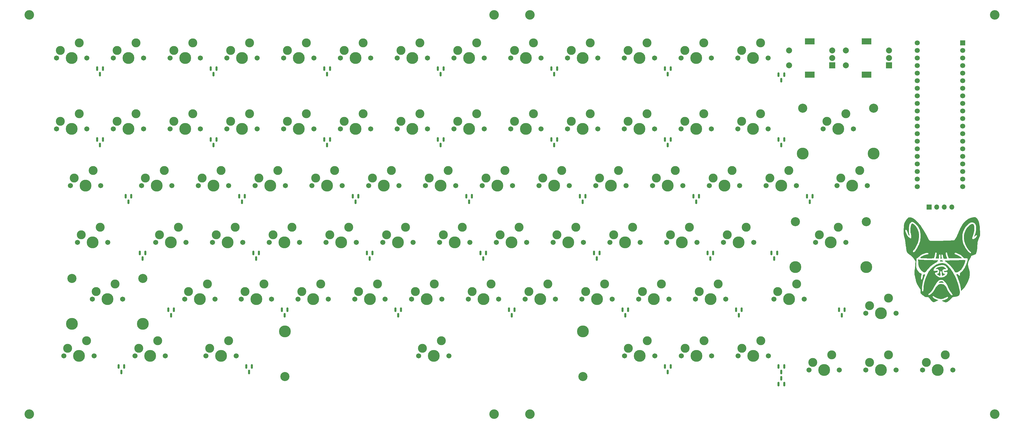
<source format=gbr>
%TF.GenerationSoftware,KiCad,Pcbnew,6.0.11-2627ca5db0~126~ubuntu22.04.1*%
%TF.CreationDate,2023-04-02T11:01:56+08:00*%
%TF.ProjectId,explorekb75,6578706c-6f72-4656-9b62-37352e6b6963,rev?*%
%TF.SameCoordinates,Original*%
%TF.FileFunction,Soldermask,Top*%
%TF.FilePolarity,Negative*%
%FSLAX46Y46*%
G04 Gerber Fmt 4.6, Leading zero omitted, Abs format (unit mm)*
G04 Created by KiCad (PCBNEW 6.0.11-2627ca5db0~126~ubuntu22.04.1) date 2023-04-02 11:01:56*
%MOMM*%
%LPD*%
G01*
G04 APERTURE LIST*
G04 Aperture macros list*
%AMRoundRect*
0 Rectangle with rounded corners*
0 $1 Rounding radius*
0 $2 $3 $4 $5 $6 $7 $8 $9 X,Y pos of 4 corners*
0 Add a 4 corners polygon primitive as box body*
4,1,4,$2,$3,$4,$5,$6,$7,$8,$9,$2,$3,0*
0 Add four circle primitives for the rounded corners*
1,1,$1+$1,$2,$3*
1,1,$1+$1,$4,$5*
1,1,$1+$1,$6,$7*
1,1,$1+$1,$8,$9*
0 Add four rect primitives between the rounded corners*
20,1,$1+$1,$2,$3,$4,$5,0*
20,1,$1+$1,$4,$5,$6,$7,0*
20,1,$1+$1,$6,$7,$8,$9,0*
20,1,$1+$1,$8,$9,$2,$3,0*%
G04 Aperture macros list end*
%ADD10C,1.701800*%
%ADD11C,3.000000*%
%ADD12C,3.987800*%
%ADD13RoundRect,0.150000X-0.150000X0.587500X-0.150000X-0.587500X0.150000X-0.587500X0.150000X0.587500X0*%
%ADD14R,2.000000X2.000000*%
%ADD15C,2.000000*%
%ADD16R,3.200000X2.000000*%
%ADD17C,3.200000*%
%ADD18C,3.048000*%
%ADD19R,1.700000X1.700000*%
%ADD20O,1.700000X1.700000*%
%ADD21RoundRect,0.150000X0.150000X-0.587500X0.150000X0.587500X-0.150000X0.587500X-0.150000X-0.587500X0*%
%ADD22C,1.700000*%
G04 APERTURE END LIST*
%TO.C,G\u002A\u002A\u002A*%
G36*
X375301798Y-145379197D02*
G01*
X375460719Y-145471195D01*
X375531655Y-145561918D01*
X375607451Y-145692419D01*
X375606864Y-145768967D01*
X375504971Y-145803001D01*
X375276852Y-145805956D01*
X375022920Y-145795380D01*
X374739219Y-145778972D01*
X374592575Y-145752888D01*
X374550898Y-145699526D01*
X374582098Y-145601288D01*
X374599587Y-145563207D01*
X374695935Y-145425350D01*
X374852704Y-145365749D01*
X375045763Y-145355327D01*
X375301798Y-145379197D01*
G37*
G36*
X382330688Y-145341549D02*
G01*
X382686408Y-145345675D01*
X383141815Y-145354667D01*
X383083408Y-145799167D01*
X383004274Y-146125358D01*
X382850611Y-146545901D01*
X382643955Y-147015707D01*
X382405848Y-147489684D01*
X382157827Y-147922741D01*
X381921432Y-148269790D01*
X381876129Y-148326501D01*
X381510185Y-148714417D01*
X381119572Y-149035820D01*
X380728698Y-149279082D01*
X380361971Y-149432572D01*
X380043799Y-149484662D01*
X379798591Y-149423722D01*
X379717426Y-149355012D01*
X379620010Y-149223959D01*
X379457203Y-148987350D01*
X379254388Y-148682580D01*
X379099811Y-148445000D01*
X378775754Y-147994399D01*
X378364890Y-147500706D01*
X377905535Y-147004081D01*
X377436006Y-146544685D01*
X376994619Y-146162678D01*
X376747063Y-145979026D01*
X376472732Y-145781116D01*
X376330494Y-145644071D01*
X376303249Y-145548666D01*
X376329026Y-145508956D01*
X376426964Y-145491494D01*
X376672026Y-145472769D01*
X377042013Y-145453353D01*
X377514727Y-145433815D01*
X378067968Y-145414725D01*
X378679536Y-145396654D01*
X379327234Y-145380172D01*
X379988862Y-145365849D01*
X380642220Y-145354255D01*
X381265110Y-145345960D01*
X381835332Y-145341535D01*
X382330688Y-145341549D01*
G37*
G36*
X368185412Y-145218490D02*
G01*
X368523326Y-145235546D01*
X368996479Y-145254307D01*
X369570802Y-145273691D01*
X370212225Y-145292614D01*
X370886676Y-145309995D01*
X371478334Y-145323111D01*
X372094526Y-145336896D01*
X372653845Y-145351819D01*
X373134406Y-145367101D01*
X373514323Y-145381966D01*
X373771709Y-145395636D01*
X373884681Y-145407332D01*
X373887700Y-145408742D01*
X373895024Y-145521224D01*
X373784356Y-145696178D01*
X373582467Y-145908227D01*
X373316126Y-146131992D01*
X373012104Y-146342093D01*
X372748334Y-146488894D01*
X372326421Y-146732850D01*
X371861159Y-147062370D01*
X371407366Y-147433834D01*
X371019860Y-147803623D01*
X370843609Y-148004496D01*
X370576330Y-148340984D01*
X370288348Y-148704527D01*
X370058648Y-148995334D01*
X369791697Y-149294688D01*
X369558169Y-149451805D01*
X369323123Y-149479368D01*
X369051620Y-149390060D01*
X369017354Y-149373308D01*
X368559350Y-149056021D01*
X368130726Y-148581503D01*
X367941774Y-148306003D01*
X367694929Y-147884866D01*
X367523418Y-147503209D01*
X367411748Y-147107672D01*
X367344429Y-146644894D01*
X367308928Y-146126198D01*
X367263158Y-145162062D01*
X368185412Y-145218490D01*
G37*
G36*
X375506557Y-147489881D02*
G01*
X375623722Y-147507466D01*
X375843987Y-147589751D01*
X376096811Y-147742081D01*
X376337133Y-147929022D01*
X376519892Y-148115137D01*
X376600028Y-148264992D01*
X376600667Y-148275735D01*
X376529001Y-148345897D01*
X376307010Y-148375573D01*
X376165946Y-148376542D01*
X375799498Y-148419764D01*
X375560903Y-148570065D01*
X375438373Y-148838742D01*
X375415334Y-149095893D01*
X375481438Y-149405652D01*
X375653676Y-149677548D01*
X375892931Y-149866015D01*
X376128487Y-149926667D01*
X376290836Y-149943329D01*
X376346667Y-149976595D01*
X376276799Y-150086994D01*
X376099344Y-150233850D01*
X375862520Y-150387307D01*
X375614549Y-150517507D01*
X375403649Y-150594594D01*
X375333386Y-150604000D01*
X375286030Y-150525435D01*
X375251962Y-150313841D01*
X375237561Y-150032500D01*
X375219075Y-149588103D01*
X375174163Y-149287714D01*
X375095407Y-149107079D01*
X374975389Y-149021945D01*
X374925029Y-149010612D01*
X374833953Y-149002015D01*
X374774354Y-149026329D01*
X374740602Y-149111544D01*
X374727070Y-149285647D01*
X374728129Y-149576629D01*
X374736570Y-149947834D01*
X374734554Y-150318663D01*
X374691246Y-150534166D01*
X374584066Y-150607310D01*
X374390438Y-150551066D01*
X374087783Y-150378402D01*
X374039500Y-150348236D01*
X373819323Y-150197827D01*
X373673247Y-150074764D01*
X373637334Y-150021761D01*
X373710131Y-149953990D01*
X373874043Y-149900492D01*
X374109548Y-149778411D01*
X374261539Y-149551020D01*
X374330230Y-149260191D01*
X374315834Y-148947800D01*
X374218564Y-148655720D01*
X374038633Y-148425825D01*
X373866012Y-148325203D01*
X373649322Y-148298098D01*
X373432055Y-148328309D01*
X373218577Y-148368828D01*
X373136894Y-148337578D01*
X373173420Y-148249613D01*
X373314571Y-148119988D01*
X373546762Y-147963759D01*
X373856409Y-147795980D01*
X373954582Y-147749240D01*
X374455467Y-147576639D01*
X374998272Y-147486496D01*
X375506557Y-147489881D01*
G37*
G36*
X375385661Y-152429698D02*
G01*
X375615582Y-152557479D01*
X375789688Y-152714619D01*
X375838552Y-152823953D01*
X375751712Y-152892750D01*
X375518710Y-152928280D01*
X375129083Y-152937814D01*
X375068743Y-152937539D01*
X374725447Y-152928708D01*
X374451638Y-152909421D01*
X374287509Y-152883090D01*
X374259413Y-152868834D01*
X374265658Y-152737877D01*
X374439791Y-152597335D01*
X374627130Y-152507717D01*
X375039106Y-152394064D01*
X375385661Y-152429698D01*
G37*
G36*
X380464483Y-136836365D02*
G01*
X380680645Y-136340287D01*
X380755751Y-136158221D01*
X380961271Y-135665825D01*
X381178202Y-135170879D01*
X381385025Y-134720934D01*
X381560222Y-134363543D01*
X381613241Y-134263334D01*
X382152770Y-133395492D01*
X382755820Y-132642174D01*
X383409649Y-132012964D01*
X384101516Y-131517443D01*
X384818678Y-131165193D01*
X385548394Y-130965796D01*
X386055958Y-130922320D01*
X386437149Y-130948241D01*
X386733692Y-131048606D01*
X386985300Y-131248999D01*
X387231684Y-131575005D01*
X387339377Y-131749176D01*
X387529256Y-132164399D01*
X387696790Y-132722397D01*
X387837497Y-133397552D01*
X387946895Y-134164252D01*
X388020504Y-134996880D01*
X388053264Y-135829667D01*
X388073000Y-137099667D01*
X387655155Y-138115667D01*
X387455973Y-138622463D01*
X387323270Y-139021138D01*
X387245081Y-139353638D01*
X387209439Y-139661909D01*
X387208316Y-139682000D01*
X387157221Y-140560761D01*
X387103260Y-141286194D01*
X387043565Y-141874305D01*
X386975269Y-142341101D01*
X386895502Y-142702587D01*
X386801397Y-142974768D01*
X386690085Y-143173651D01*
X386558698Y-143315241D01*
X386557000Y-143316647D01*
X386409112Y-143400478D01*
X386150229Y-143512884D01*
X385831072Y-143632216D01*
X385763565Y-143655314D01*
X385440580Y-143768066D01*
X385238635Y-143859645D01*
X385117563Y-143960701D01*
X385037196Y-144101883D01*
X384978940Y-144254000D01*
X384849016Y-144553474D01*
X384672544Y-144889028D01*
X384576010Y-145049443D01*
X384268878Y-145611969D01*
X384088624Y-146160771D01*
X384032353Y-146729401D01*
X384097170Y-147351409D01*
X384280180Y-148060346D01*
X384308576Y-148148667D01*
X384443300Y-148579169D01*
X384528426Y-148917771D01*
X384574589Y-149230832D01*
X384592424Y-149584709D01*
X384593545Y-149926667D01*
X384588556Y-150266576D01*
X384573122Y-150549231D01*
X384539110Y-150808593D01*
X384478385Y-151078622D01*
X384382813Y-151393280D01*
X384244262Y-151786526D01*
X384054597Y-152292322D01*
X383980146Y-152487777D01*
X383689199Y-153135848D01*
X383312885Y-153803288D01*
X382885987Y-154435856D01*
X382443288Y-154979313D01*
X382262146Y-155166839D01*
X382023628Y-155397640D01*
X381837723Y-155575348D01*
X381732564Y-155673169D01*
X381719149Y-155684000D01*
X381702834Y-155606476D01*
X381668646Y-155399067D01*
X381622678Y-155099514D01*
X381599547Y-154943167D01*
X381532584Y-154517693D01*
X381455228Y-154073949D01*
X381382647Y-153698338D01*
X381372849Y-153652000D01*
X381294225Y-153358017D01*
X381163654Y-152947660D01*
X380995511Y-152460363D01*
X380804173Y-151935556D01*
X380604016Y-151412670D01*
X380409418Y-150931137D01*
X380234753Y-150530389D01*
X380234695Y-150530263D01*
X380140269Y-150310423D01*
X380090773Y-150165235D01*
X380089293Y-150135647D01*
X380180730Y-150105464D01*
X380373350Y-150062913D01*
X380413947Y-150055151D01*
X380620020Y-150031976D01*
X380735611Y-150090667D01*
X380832399Y-150269369D01*
X380837280Y-150280433D01*
X380983492Y-150499870D01*
X381130334Y-150561667D01*
X381230517Y-150540177D01*
X381281316Y-150448323D01*
X381298590Y-150245034D01*
X381299667Y-150123181D01*
X381307854Y-149871379D01*
X381354093Y-149704296D01*
X381470902Y-149560767D01*
X381690800Y-149379626D01*
X381697928Y-149374065D01*
X382117978Y-148990611D01*
X382505133Y-148513542D01*
X382878321Y-147916671D01*
X383195602Y-147302000D01*
X383396367Y-146842430D01*
X383573864Y-146357726D01*
X383718925Y-145882229D01*
X383822380Y-145450279D01*
X383875063Y-145096218D01*
X383867804Y-144854385D01*
X383857903Y-144821325D01*
X383793940Y-144741692D01*
X383653888Y-144697125D01*
X383400360Y-144679082D01*
X383227839Y-144677334D01*
X382653029Y-144677334D01*
X382188015Y-144200938D01*
X381857744Y-143880519D01*
X381551901Y-143633768D01*
X381220487Y-143428623D01*
X380813503Y-143233021D01*
X380431144Y-143074311D01*
X380078751Y-142939975D01*
X379846309Y-142870519D01*
X379700470Y-142858899D01*
X379607887Y-142898070D01*
X379605644Y-142899906D01*
X379488687Y-143066862D01*
X379535350Y-143220014D01*
X379712167Y-143327576D01*
X380318944Y-143571815D01*
X380863196Y-143832923D01*
X381308545Y-144092086D01*
X381576374Y-144291676D01*
X381783136Y-144478038D01*
X381875174Y-144583658D01*
X381866333Y-144637995D01*
X381770455Y-144670508D01*
X381755965Y-144673840D01*
X381615057Y-144687101D01*
X381331924Y-144698858D01*
X380933670Y-144708528D01*
X380447403Y-144715531D01*
X379900226Y-144719283D01*
X379615990Y-144719760D01*
X377678313Y-144719667D01*
X377520436Y-144508000D01*
X377381221Y-144269444D01*
X377238631Y-143944398D01*
X377116445Y-143597528D01*
X377038445Y-143293503D01*
X377022704Y-143154529D01*
X376975979Y-142887865D01*
X376847482Y-142752426D01*
X376717521Y-142743540D01*
X376581665Y-142847823D01*
X376533918Y-143084113D01*
X376573906Y-143440040D01*
X376701253Y-143903237D01*
X376757626Y-144064528D01*
X376865195Y-144378818D01*
X376937617Y-144629430D01*
X376964073Y-144777030D01*
X376959450Y-144798328D01*
X376855717Y-144823408D01*
X376633165Y-144840882D01*
X376372793Y-144846667D01*
X376077660Y-144841610D01*
X375906214Y-144815157D01*
X375812867Y-144750383D01*
X375752034Y-144630362D01*
X375745664Y-144613834D01*
X375680553Y-144383801D01*
X375623572Y-144085631D01*
X375609043Y-143979476D01*
X375532462Y-143641188D01*
X375403432Y-143457163D01*
X375225114Y-143431486D01*
X375193087Y-143442011D01*
X375112718Y-143503748D01*
X375084271Y-143634855D01*
X375100074Y-143879533D01*
X375106938Y-143938316D01*
X375148647Y-144243931D01*
X375193677Y-144517082D01*
X375213132Y-144613834D01*
X375233480Y-144775314D01*
X375163636Y-144837256D01*
X375001870Y-144846667D01*
X374738000Y-144846667D01*
X374738000Y-144166676D01*
X374731042Y-143809953D01*
X374706233Y-143589641D01*
X374657674Y-143473242D01*
X374605309Y-143435767D01*
X374454150Y-143426469D01*
X374346417Y-143540976D01*
X374277243Y-143792014D01*
X374241765Y-144192311D01*
X374235834Y-144402167D01*
X374230000Y-144762000D01*
X373670608Y-144762000D01*
X373373231Y-144757451D01*
X373212948Y-144737406D01*
X373157621Y-144692265D01*
X373174512Y-144613834D01*
X373307376Y-144237369D01*
X373401315Y-143840582D01*
X373453235Y-143459883D01*
X373460045Y-143131680D01*
X373418652Y-142892382D01*
X373330269Y-142779931D01*
X373147101Y-142780085D01*
X373018945Y-142924644D01*
X372961590Y-143193287D01*
X372960000Y-143256503D01*
X372932151Y-143566219D01*
X372859460Y-143918496D01*
X372758217Y-144256212D01*
X372644706Y-144522247D01*
X372566961Y-144634944D01*
X372486606Y-144684247D01*
X372343406Y-144719519D01*
X372113164Y-144742803D01*
X371771682Y-144756142D01*
X371294761Y-144761580D01*
X371062124Y-144762000D01*
X370505297Y-144758304D01*
X369922486Y-144748155D01*
X369372241Y-144732965D01*
X368913109Y-144714143D01*
X368789591Y-144707254D01*
X368353663Y-144674735D01*
X368079295Y-144632568D01*
X367958734Y-144568519D01*
X367984229Y-144470352D01*
X368148026Y-144325833D01*
X368426044Y-144133554D01*
X369087030Y-143763721D01*
X369760513Y-143514795D01*
X370250667Y-143418033D01*
X370518031Y-143380555D01*
X370657378Y-143331196D01*
X370709643Y-143246687D01*
X370716334Y-143153334D01*
X370695240Y-143014935D01*
X370600527Y-142947188D01*
X370385043Y-142917245D01*
X370376539Y-142916611D01*
X369950568Y-142946170D01*
X369448899Y-143076870D01*
X368914502Y-143289055D01*
X368390347Y-143563067D01*
X367919403Y-143879252D01*
X367553962Y-144207773D01*
X367340061Y-144412333D01*
X367145619Y-144551920D01*
X367034569Y-144592667D01*
X366916959Y-144615535D01*
X366827357Y-144697082D01*
X366761893Y-144856721D01*
X366716696Y-145113865D01*
X366687896Y-145487928D01*
X366671623Y-145998323D01*
X366665647Y-146443274D01*
X366661996Y-146984571D01*
X366664079Y-147386137D01*
X366674843Y-147677549D01*
X366697237Y-147888385D01*
X366734208Y-148048225D01*
X366788706Y-148186646D01*
X366851811Y-148311057D01*
X367179773Y-148850926D01*
X367526431Y-149285549D01*
X367870719Y-149590331D01*
X368026002Y-149681865D01*
X368246111Y-149796196D01*
X368392293Y-149886680D01*
X368420696Y-149912826D01*
X368421556Y-150018457D01*
X368391140Y-150240328D01*
X368338263Y-150519334D01*
X368246653Y-151050761D01*
X368222052Y-151452208D01*
X368264309Y-151714836D01*
X368360699Y-151825719D01*
X368502640Y-151836052D01*
X368615086Y-151733014D01*
X368707238Y-151499463D01*
X368788297Y-151118260D01*
X368809064Y-150990447D01*
X368872289Y-150595435D01*
X368926514Y-150338152D01*
X368989205Y-150189073D01*
X369077833Y-150118674D01*
X369209863Y-150097432D01*
X369338267Y-150096000D01*
X369553709Y-150107501D01*
X369637402Y-150154451D01*
X369629906Y-150244167D01*
X369584267Y-150379204D01*
X369495527Y-150636879D01*
X369376541Y-150980008D01*
X369242052Y-151366000D01*
X368943532Y-152340040D01*
X368738771Y-153304614D01*
X368614656Y-154328241D01*
X368582266Y-154814036D01*
X368562808Y-155229699D01*
X368558461Y-155507066D01*
X368572318Y-155676750D01*
X368607468Y-155769360D01*
X368667002Y-155815507D01*
X368684100Y-155822626D01*
X368856550Y-155817550D01*
X368979603Y-155656876D01*
X369049681Y-155348021D01*
X369065334Y-155031906D01*
X369121844Y-154147505D01*
X369282687Y-153184258D01*
X369534827Y-152185380D01*
X369865231Y-151194087D01*
X370260863Y-150253595D01*
X370708689Y-149407119D01*
X370812929Y-149237790D01*
X371223162Y-148681481D01*
X372452000Y-148681481D01*
X372484310Y-148834483D01*
X372612924Y-148915972D01*
X372737886Y-148945454D01*
X373009218Y-148957743D01*
X373251398Y-148912543D01*
X373541476Y-148826554D01*
X373714858Y-148845089D01*
X373794419Y-148976792D01*
X373806667Y-149122334D01*
X373793141Y-149321103D01*
X373720263Y-149402631D01*
X373539582Y-149418656D01*
X373529172Y-149418667D01*
X373233320Y-149465043D01*
X373017526Y-149586991D01*
X372916342Y-149758740D01*
X372923586Y-149870364D01*
X373058557Y-150116664D01*
X373304121Y-150397454D01*
X373616942Y-150676651D01*
X373953687Y-150918175D01*
X374271020Y-151085943D01*
X374446450Y-151138365D01*
X374780747Y-151157584D01*
X375193140Y-151132747D01*
X375600454Y-151071424D01*
X375834232Y-151012060D01*
X376104651Y-150886749D01*
X376341367Y-150718912D01*
X376502311Y-150584575D01*
X376610936Y-150520277D01*
X376617916Y-150519334D01*
X376698151Y-150455482D01*
X376829582Y-150294240D01*
X376893948Y-150203346D01*
X377062891Y-149875563D01*
X377103482Y-149602030D01*
X377025037Y-149404562D01*
X376836873Y-149304976D01*
X376548306Y-149325087D01*
X376521963Y-149332290D01*
X376224685Y-149375207D01*
X376036876Y-149297527D01*
X375971938Y-149192813D01*
X375953608Y-149035412D01*
X376060183Y-148945709D01*
X376309279Y-148911818D01*
X376390013Y-148910667D01*
X376815183Y-148868009D01*
X377093961Y-148744455D01*
X377224916Y-148546639D01*
X377206614Y-148281192D01*
X377037621Y-147954747D01*
X376716505Y-147573937D01*
X376685601Y-147542721D01*
X376416444Y-147287328D01*
X376206316Y-147131406D01*
X376005510Y-147044620D01*
X375799000Y-147001641D01*
X375150534Y-146965991D01*
X374499572Y-147041572D01*
X373888896Y-147217421D01*
X373361289Y-147482580D01*
X373083487Y-147697324D01*
X372771569Y-148030680D01*
X372555051Y-148352138D01*
X372455897Y-148627470D01*
X372452000Y-148681481D01*
X371223162Y-148681481D01*
X371315485Y-148556284D01*
X371911407Y-147934036D01*
X372575128Y-147387456D01*
X373281080Y-146932956D01*
X374003695Y-146586947D01*
X374717404Y-146365839D01*
X375396639Y-146286043D01*
X375411807Y-146286000D01*
X375938126Y-146368494D01*
X376484415Y-146611865D01*
X377042898Y-147009944D01*
X377605800Y-147556562D01*
X378165344Y-148245551D01*
X378507045Y-148741334D01*
X378898459Y-149350749D01*
X379212249Y-149859958D01*
X379468548Y-150307019D01*
X379687489Y-150729993D01*
X379889203Y-151166938D01*
X380093825Y-151655914D01*
X380228668Y-151995990D01*
X380460027Y-152637579D01*
X380679774Y-153339696D01*
X380878681Y-154064396D01*
X381047522Y-154773734D01*
X381177069Y-155429767D01*
X381258096Y-155994550D01*
X381281233Y-156324341D01*
X381219525Y-156768432D01*
X381011234Y-157128330D01*
X380656212Y-157404149D01*
X380154311Y-157596001D01*
X379505383Y-157704000D01*
X379475117Y-157706684D01*
X378797774Y-157764893D01*
X378165103Y-158452456D01*
X377680443Y-158932521D01*
X377246196Y-159261373D01*
X376851812Y-159445777D01*
X376540458Y-159494000D01*
X376331236Y-159461414D01*
X376059085Y-159376991D01*
X375769281Y-159260731D01*
X375507102Y-159132634D01*
X375317825Y-159012703D01*
X375246700Y-158922500D01*
X375323078Y-158846443D01*
X375529422Y-158816708D01*
X375539157Y-158816667D01*
X375858235Y-158776924D01*
X376210487Y-158670155D01*
X376563695Y-158515047D01*
X376885636Y-158330286D01*
X377144092Y-158134559D01*
X377306841Y-157946554D01*
X377341663Y-157784958D01*
X377337855Y-157773464D01*
X377216313Y-157655164D01*
X377019488Y-157646328D01*
X376798767Y-157744046D01*
X376719330Y-157808499D01*
X376491610Y-157960829D01*
X376154382Y-158115730D01*
X375765910Y-158252814D01*
X375384455Y-158351692D01*
X375068281Y-158391976D01*
X375051649Y-158392082D01*
X374405505Y-158323358D01*
X373730462Y-158136408D01*
X373091947Y-157853639D01*
X372643364Y-157567394D01*
X372405318Y-157432283D01*
X372226032Y-157418073D01*
X372131928Y-157520748D01*
X372128562Y-157645641D01*
X372225277Y-157821313D01*
X372447806Y-158028560D01*
X372761796Y-158244006D01*
X373132892Y-158444273D01*
X373526740Y-158605984D01*
X373552667Y-158614722D01*
X374103000Y-158797507D01*
X373724257Y-158950846D01*
X373398275Y-159093558D01*
X373057832Y-159258074D01*
X372978944Y-159299093D01*
X372739915Y-159422047D01*
X372590678Y-159474539D01*
X372471950Y-159466422D01*
X372325000Y-159407795D01*
X372099099Y-159261574D01*
X371812070Y-159009378D01*
X371498307Y-158685055D01*
X371192204Y-158322450D01*
X371101138Y-158203392D01*
X370908995Y-157951765D01*
X370774521Y-157810694D01*
X370655688Y-157753860D01*
X370510473Y-157754945D01*
X370408992Y-157769914D01*
X370102000Y-157781642D01*
X369783448Y-157711047D01*
X369432847Y-157547240D01*
X369029706Y-157279330D01*
X368620660Y-156950402D01*
X370669639Y-156950402D01*
X370784017Y-157028622D01*
X370887349Y-157038667D01*
X371191812Y-156963612D01*
X371539037Y-156752165D01*
X371908263Y-156424900D01*
X372278728Y-156002390D01*
X372629672Y-155505210D01*
X372888882Y-155055149D01*
X373290311Y-154387181D01*
X373715556Y-153883646D01*
X374169341Y-153540725D01*
X374656390Y-153354597D01*
X375039898Y-153315554D01*
X375593192Y-153394800D01*
X376070674Y-153624362D01*
X376468729Y-154001385D01*
X376783740Y-154523013D01*
X376886469Y-154773669D01*
X377241588Y-155572769D01*
X377698704Y-156331546D01*
X378037043Y-156775688D01*
X378267250Y-157008429D01*
X378467601Y-157111995D01*
X378566210Y-157123334D01*
X378743497Y-157092237D01*
X378801117Y-156978891D01*
X378802000Y-156952108D01*
X378747208Y-156797835D01*
X378606085Y-156581608D01*
X378474074Y-156422942D01*
X377953441Y-155739416D01*
X377527762Y-154936463D01*
X377406400Y-154637534D01*
X377039917Y-153778955D01*
X376648829Y-153084061D01*
X376234043Y-152553618D01*
X375796466Y-152188389D01*
X375337004Y-151989137D01*
X374856565Y-151956628D01*
X374374544Y-152083793D01*
X374084160Y-152275610D01*
X373753563Y-152620930D01*
X373389437Y-153110547D01*
X372998471Y-153735256D01*
X372587351Y-154485850D01*
X372487412Y-154681745D01*
X372085983Y-155384342D01*
X371663785Y-155943385D01*
X371229632Y-156347774D01*
X371088576Y-156443344D01*
X370829167Y-156636319D01*
X370687105Y-156812487D01*
X370669639Y-156950402D01*
X368620660Y-156950402D01*
X368553536Y-156896425D01*
X368228886Y-156611120D01*
X368126270Y-156505872D01*
X368071435Y-156391527D01*
X368055992Y-156221175D01*
X368071555Y-155947903D01*
X368084297Y-155802423D01*
X368110580Y-155479477D01*
X368108769Y-155273060D01*
X368066224Y-155131075D01*
X367970307Y-155001425D01*
X367862411Y-154887814D01*
X367644646Y-154617878D01*
X367394321Y-154235931D01*
X367138148Y-153788580D01*
X366902841Y-153322435D01*
X366717356Y-152890000D01*
X366578369Y-152466513D01*
X366435298Y-151931065D01*
X366299063Y-151335893D01*
X366180585Y-150733234D01*
X366090785Y-150175326D01*
X366040583Y-149714404D01*
X366035900Y-149630334D01*
X366054127Y-148948419D01*
X366143828Y-148445000D01*
X366201148Y-148158165D01*
X366255391Y-147756058D01*
X366300332Y-147292711D01*
X366329129Y-146836334D01*
X366377839Y-145735667D01*
X366074424Y-145219969D01*
X365713193Y-144696466D01*
X365259778Y-144211564D01*
X364682105Y-143732285D01*
X364493334Y-143594327D01*
X364084442Y-143288428D01*
X363781752Y-143015043D01*
X363566151Y-142737887D01*
X363418524Y-142420675D01*
X363319758Y-142027123D01*
X363250740Y-141520945D01*
X363217795Y-141172870D01*
X363130150Y-140314726D01*
X363019261Y-139472548D01*
X362891199Y-138683141D01*
X362752036Y-137983310D01*
X362607842Y-137409863D01*
X362583757Y-137329190D01*
X362510384Y-137085057D01*
X362457140Y-136879100D01*
X362422185Y-136679921D01*
X362403681Y-136456124D01*
X362399789Y-136176315D01*
X362408670Y-135809096D01*
X362428487Y-135323073D01*
X362430040Y-135288764D01*
X362984157Y-135288764D01*
X362994982Y-135536930D01*
X363076033Y-135865875D01*
X363216109Y-136245114D01*
X363404009Y-136644158D01*
X363628534Y-137032522D01*
X363868897Y-137367941D01*
X364150770Y-137671765D01*
X364426233Y-137890610D01*
X364667643Y-138007506D01*
X364847355Y-138005479D01*
X364876724Y-137986683D01*
X364953932Y-137886688D01*
X364990084Y-137731121D01*
X364984209Y-137494077D01*
X364935332Y-137149654D01*
X364842480Y-136671947D01*
X364824022Y-136583987D01*
X364723174Y-135954703D01*
X364677567Y-135312012D01*
X364684819Y-134688781D01*
X364742552Y-134117880D01*
X364848385Y-133632178D01*
X364999939Y-133264542D01*
X365071996Y-133158936D01*
X365179366Y-133042403D01*
X365279458Y-133018785D01*
X365440158Y-133081943D01*
X365514387Y-133118932D01*
X365939859Y-133406216D01*
X366364182Y-133824528D01*
X366759216Y-134337730D01*
X367096818Y-134909683D01*
X367330582Y-135451260D01*
X367476944Y-136038374D01*
X367550434Y-136733938D01*
X367551029Y-137493539D01*
X367478706Y-138272767D01*
X367333442Y-139027208D01*
X367332424Y-139031276D01*
X367197102Y-139457237D01*
X366993389Y-139958605D01*
X366744129Y-140490063D01*
X366472165Y-141006296D01*
X366200339Y-141461988D01*
X365951494Y-141811824D01*
X365900527Y-141871856D01*
X365641883Y-142193285D01*
X365520921Y-142423824D01*
X365536809Y-142569983D01*
X365688714Y-142638273D01*
X365801529Y-142645334D01*
X365967963Y-142574132D01*
X366201648Y-142369735D01*
X366393125Y-142158500D01*
X366676510Y-141768968D01*
X366978255Y-141260888D01*
X367276014Y-140680082D01*
X367547442Y-140072371D01*
X367770191Y-139483574D01*
X367889929Y-139089334D01*
X367977824Y-138711751D01*
X368035358Y-138340564D01*
X368068033Y-137922521D01*
X368081351Y-137404375D01*
X368082381Y-137226667D01*
X368071198Y-136584440D01*
X368026548Y-136060288D01*
X367937444Y-135604451D01*
X367792900Y-135167169D01*
X367581929Y-134698684D01*
X367479939Y-134498050D01*
X367212916Y-134060738D01*
X366884159Y-133639327D01*
X366518335Y-133254891D01*
X366140110Y-132928508D01*
X365774151Y-132681253D01*
X365445122Y-132534203D01*
X365177691Y-132508435D01*
X365156748Y-132512970D01*
X364858473Y-132668488D01*
X364593878Y-132958789D01*
X364392377Y-133349377D01*
X364358106Y-133449590D01*
X364268861Y-133854126D01*
X364207674Y-134371802D01*
X364176025Y-134948520D01*
X364175397Y-135530187D01*
X364207271Y-136062706D01*
X364273128Y-136491981D01*
X364274598Y-136498277D01*
X364336827Y-136791533D01*
X364371465Y-137014516D01*
X364371620Y-137122026D01*
X364370047Y-137124176D01*
X364271828Y-137122620D01*
X364140029Y-136955099D01*
X363974654Y-136621616D01*
X363775704Y-136122175D01*
X363759781Y-136078985D01*
X363581882Y-135627271D01*
X363430862Y-135325596D01*
X363295372Y-135159036D01*
X363164064Y-135112669D01*
X363054758Y-135151865D01*
X362984157Y-135288764D01*
X362430040Y-135288764D01*
X362444962Y-134959160D01*
X362472442Y-134381678D01*
X362497906Y-133942365D01*
X362526007Y-133610187D01*
X362561399Y-133354110D01*
X362608734Y-133143102D01*
X362672667Y-132946128D01*
X362757850Y-132732155D01*
X362790509Y-132654667D01*
X363136206Y-132010307D01*
X363531193Y-131519572D01*
X363779708Y-131265432D01*
X363965155Y-131111290D01*
X364134591Y-131028515D01*
X364335072Y-130988473D01*
X364418782Y-130979494D01*
X364685106Y-130971349D01*
X364925741Y-131015898D01*
X365209578Y-131129528D01*
X365362613Y-131203982D01*
X365771700Y-131424426D01*
X366130007Y-131657857D01*
X366469308Y-131931573D01*
X366821380Y-132272871D01*
X367218000Y-132709049D01*
X367503863Y-133043438D01*
X368136529Y-133828106D01*
X368697036Y-134599561D01*
X369214644Y-135402995D01*
X369718609Y-136283597D01*
X370195034Y-137200103D01*
X370426513Y-137655436D01*
X370639202Y-138060732D01*
X370819199Y-138390523D01*
X370952603Y-138619344D01*
X371025512Y-138721727D01*
X371025759Y-138721924D01*
X371191834Y-138808897D01*
X371373809Y-138867934D01*
X371506381Y-138877566D01*
X371786609Y-138882148D01*
X372192906Y-138882160D01*
X372703683Y-138878080D01*
X373297353Y-138870391D01*
X373952330Y-138859571D01*
X374647025Y-138846100D01*
X375359851Y-138830459D01*
X376069221Y-138813128D01*
X376753548Y-138794587D01*
X377391243Y-138775315D01*
X377960720Y-138755793D01*
X378440392Y-138736501D01*
X378808670Y-138717919D01*
X379043967Y-138700527D01*
X379078021Y-138696613D01*
X379278096Y-138664120D01*
X379422237Y-138608579D01*
X379547355Y-138498700D01*
X379690358Y-138303189D01*
X379863062Y-138031033D01*
X380033339Y-137728632D01*
X380078998Y-137637752D01*
X382105470Y-137637752D01*
X382124964Y-138297526D01*
X382190050Y-138864584D01*
X382314175Y-139392662D01*
X382510786Y-139935497D01*
X382793332Y-140546826D01*
X382873082Y-140705115D01*
X383140206Y-141207929D01*
X383378993Y-141601926D01*
X383622761Y-141935997D01*
X383904829Y-142259037D01*
X384000792Y-142359959D01*
X384359590Y-142706495D01*
X384635727Y-142913778D01*
X384837193Y-142985581D01*
X384971978Y-142925675D01*
X385019494Y-142840818D01*
X385005942Y-142716694D01*
X384878580Y-142535251D01*
X384624340Y-142278026D01*
X384615016Y-142269318D01*
X384342676Y-142000037D01*
X384083521Y-141718275D01*
X383907060Y-141502334D01*
X383681963Y-141149417D01*
X383435605Y-140688563D01*
X383191575Y-140172024D01*
X382973462Y-139652053D01*
X382804855Y-139180904D01*
X382722189Y-138877667D01*
X382619147Y-138013636D01*
X382662313Y-137126451D01*
X382842731Y-136248293D01*
X383151448Y-135411345D01*
X383579508Y-134647790D01*
X384068024Y-134040933D01*
X384499806Y-133646326D01*
X384909254Y-133377539D01*
X385281997Y-133238234D01*
X385603665Y-133232071D01*
X385859887Y-133362711D01*
X385998667Y-133549139D01*
X386061387Y-133735062D01*
X386100104Y-134015328D01*
X386117543Y-134417678D01*
X386118665Y-134771334D01*
X386111767Y-135185481D01*
X386091882Y-135515204D01*
X386050006Y-135812668D01*
X385977136Y-136130039D01*
X385864266Y-136519481D01*
X385758832Y-136855992D01*
X385630019Y-137268017D01*
X385522276Y-137624882D01*
X385445087Y-137894235D01*
X385407936Y-138043724D01*
X385406000Y-138059513D01*
X385478697Y-138191956D01*
X385653887Y-138273562D01*
X385867217Y-138282416D01*
X385970332Y-138251694D01*
X386194246Y-138114175D01*
X386446101Y-137906931D01*
X386688977Y-137667784D01*
X386885956Y-137434558D01*
X387000119Y-137245074D01*
X387014667Y-137181806D01*
X386968430Y-136991055D01*
X386843173Y-136936726D01*
X386659081Y-137018010D01*
X386461910Y-137203982D01*
X386261236Y-137402011D01*
X386140997Y-137453168D01*
X386110744Y-137364363D01*
X386180030Y-137142508D01*
X386229142Y-137035569D01*
X386452877Y-136465323D01*
X386612123Y-135827451D01*
X386704094Y-135162610D01*
X386726003Y-134511456D01*
X386675062Y-133914647D01*
X386548484Y-133412839D01*
X386487279Y-133270187D01*
X386244086Y-132951971D01*
X385901340Y-132751234D01*
X385487734Y-132674877D01*
X385031959Y-132729801D01*
X384715921Y-132844111D01*
X384258093Y-133123306D01*
X383790876Y-133527062D01*
X383350511Y-134016870D01*
X382973239Y-134554222D01*
X382787408Y-134893338D01*
X382495690Y-135539750D01*
X382295241Y-136106691D01*
X382172723Y-136647847D01*
X382114794Y-137216905D01*
X382105470Y-137637752D01*
X380078998Y-137637752D01*
X380241264Y-137314778D01*
X380464483Y-136836365D01*
G37*
%TD*%
D10*
%TO.C,SW6*%
X183617485Y-77475000D03*
D11*
X174727485Y-74935000D03*
D10*
X173457485Y-77475000D03*
D11*
X181077485Y-72395000D03*
D12*
X178537485Y-77475000D03*
%TD*%
D13*
%TO.C,D27*%
X298524985Y-142950000D03*
X296624985Y-142950000D03*
X297574985Y-144825000D03*
%TD*%
D11*
%TO.C,SW1*%
X85827485Y-72395000D03*
D12*
X83287485Y-77475000D03*
D10*
X88367485Y-77475000D03*
X78207485Y-77475000D03*
D11*
X79477485Y-74935000D03*
%TD*%
D13*
%TO.C,D24*%
X184224985Y-142950000D03*
X182324985Y-142950000D03*
X183274985Y-144825000D03*
%TD*%
%TO.C,D8*%
X93737485Y-104850000D03*
X91837485Y-104850000D03*
X92787485Y-106725000D03*
%TD*%
D11*
%TO.C,SW54*%
X284164985Y-136847500D03*
D12*
X287974985Y-139387500D03*
D10*
X293054985Y-139387500D03*
D11*
X290514985Y-134307500D03*
D10*
X282894985Y-139387500D03*
%TD*%
D12*
%TO.C,SW62*%
X202412485Y-158437500D03*
D10*
X197332485Y-158437500D03*
X207492485Y-158437500D03*
D11*
X204952485Y-153357500D03*
X198602485Y-155897500D03*
%TD*%
D12*
%TO.C,SW43*%
X345124985Y-120337500D03*
D11*
X347664985Y-115257500D03*
D10*
X340044985Y-120337500D03*
X350204985Y-120337500D03*
D11*
X341314985Y-117797500D03*
%TD*%
D12*
%TO.C,SW74*%
X273849985Y-177487500D03*
D10*
X278929985Y-177487500D03*
D11*
X276389985Y-172407500D03*
D10*
X268769985Y-177487500D03*
D11*
X270039985Y-174947500D03*
%TD*%
D12*
%TO.C,SW60*%
X164312485Y-158437500D03*
D10*
X159232485Y-158437500D03*
X169392485Y-158437500D03*
D11*
X166852485Y-153357500D03*
X160502485Y-155897500D03*
%TD*%
D14*
%TO.C,SW14*%
X338437485Y-79975000D03*
D15*
X338437485Y-74975000D03*
X338437485Y-77475000D03*
D16*
X330937485Y-83075000D03*
X330937485Y-71875000D03*
D15*
X323937485Y-74975000D03*
X323937485Y-79975000D03*
%TD*%
D13*
%TO.C,D29*%
X117549985Y-162000000D03*
X115649985Y-162000000D03*
X116599985Y-163875000D03*
%TD*%
D11*
%TO.C,SW69*%
X357352485Y-158120000D03*
D10*
X349732485Y-163200000D03*
D12*
X354812485Y-163200000D03*
D11*
X351002485Y-160660000D03*
D10*
X359892485Y-163200000D03*
%TD*%
D17*
%TO.C,REF\u002A\u002A*%
X393000000Y-197000000D03*
%TD*%
D13*
%TO.C,D30*%
X155649985Y-162000000D03*
X153749985Y-162000000D03*
X154699985Y-163875000D03*
%TD*%
D11*
%TO.C,SW67*%
X300202485Y-153357500D03*
X293852485Y-155897500D03*
D12*
X297662485Y-158437500D03*
D10*
X292582485Y-158437500D03*
X302742485Y-158437500D03*
%TD*%
%TO.C,SW31*%
X116842485Y-120337500D03*
D11*
X107952485Y-117797500D03*
D10*
X106682485Y-120337500D03*
D11*
X114302485Y-115257500D03*
D12*
X111762485Y-120337500D03*
%TD*%
D13*
%TO.C,D3*%
X169937485Y-81037500D03*
X168037485Y-81037500D03*
X168987485Y-82912500D03*
%TD*%
D12*
%TO.C,SW72*%
X133381235Y-177487500D03*
D11*
X135921235Y-172407500D03*
D10*
X138461235Y-177487500D03*
D11*
X129571235Y-174947500D03*
D10*
X128301235Y-177487500D03*
%TD*%
D11*
%TO.C,SW53*%
X271464985Y-134307500D03*
X265114985Y-136847500D03*
D10*
X263844985Y-139387500D03*
X274004985Y-139387500D03*
D12*
X268924985Y-139387500D03*
%TD*%
D10*
%TO.C,SW34*%
X163832485Y-120337500D03*
D11*
X171452485Y-115257500D03*
D12*
X168912485Y-120337500D03*
D10*
X173992485Y-120337500D03*
D11*
X165102485Y-117797500D03*
%TD*%
D10*
%TO.C,SW22*%
X192507485Y-101287500D03*
D12*
X197587485Y-101287500D03*
D11*
X193777485Y-98747500D03*
D10*
X202667485Y-101287500D03*
D11*
X200127485Y-96207500D03*
%TD*%
D10*
%TO.C,SW48*%
X168594985Y-139387500D03*
D11*
X176214985Y-134307500D03*
D12*
X173674985Y-139387500D03*
D10*
X178754985Y-139387500D03*
D11*
X169864985Y-136847500D03*
%TD*%
D10*
%TO.C,SW4*%
X145517485Y-77475000D03*
D11*
X142977485Y-72395000D03*
D12*
X140437485Y-77475000D03*
D10*
X135357485Y-77475000D03*
D11*
X136627485Y-74935000D03*
%TD*%
D10*
%TO.C,SW58*%
X121157485Y-158437500D03*
D11*
X128777485Y-153357500D03*
X122427485Y-155897500D03*
D10*
X131317485Y-158437500D03*
D12*
X126237485Y-158437500D03*
%TD*%
D11*
%TO.C,SW36*%
X203202485Y-117797500D03*
D10*
X201932485Y-120337500D03*
X212092485Y-120337500D03*
D11*
X209552485Y-115257500D03*
D12*
X207012485Y-120337500D03*
%TD*%
D17*
%TO.C,REF\u002A\u002A*%
X225000000Y-197000000D03*
%TD*%
D13*
%TO.C,D28*%
X319956235Y-142950000D03*
X318056235Y-142950000D03*
X319006235Y-144825000D03*
%TD*%
D12*
%TO.C,STAB1*%
X328562485Y-109542500D03*
D18*
X328562485Y-94302500D03*
X352362485Y-94302500D03*
D12*
X352362485Y-109542500D03*
%TD*%
D13*
%TO.C,D35*%
X342624985Y-162000000D03*
X340724985Y-162000000D03*
X341674985Y-163875000D03*
%TD*%
%TO.C,D2*%
X131837485Y-81037500D03*
X129937485Y-81037500D03*
X130887485Y-82912500D03*
%TD*%
D10*
%TO.C,SW38*%
X250192485Y-120337500D03*
X240032485Y-120337500D03*
D12*
X245112485Y-120337500D03*
D11*
X241302485Y-117797500D03*
X247652485Y-115257500D03*
%TD*%
%TO.C,SW35*%
X190502485Y-115257500D03*
D10*
X193042485Y-120337500D03*
D12*
X187962485Y-120337500D03*
D11*
X184152485Y-117797500D03*
D10*
X182882485Y-120337500D03*
%TD*%
%TO.C,SW9*%
X240767485Y-77475000D03*
D12*
X235687485Y-77475000D03*
D11*
X231877485Y-74935000D03*
X238227485Y-72395000D03*
D10*
X230607485Y-77475000D03*
%TD*%
D12*
%TO.C,SW52*%
X249874985Y-139387500D03*
D11*
X252414985Y-134307500D03*
X246064985Y-136847500D03*
D10*
X254954985Y-139387500D03*
X244794985Y-139387500D03*
%TD*%
D13*
%TO.C,D32*%
X231849985Y-162000000D03*
X229949985Y-162000000D03*
X230899985Y-163875000D03*
%TD*%
D12*
%TO.C,STAB2*%
X349881235Y-147642500D03*
D18*
X326081235Y-132402500D03*
X349881235Y-132402500D03*
D12*
X326081235Y-147642500D03*
%TD*%
D11*
%TO.C,SW25*%
X250927485Y-98747500D03*
D10*
X259817485Y-101287500D03*
D11*
X257277485Y-96207500D03*
D12*
X254737485Y-101287500D03*
D10*
X249657485Y-101287500D03*
%TD*%
D17*
%TO.C,REF\u002A\u002A*%
X69000000Y-63000000D03*
%TD*%
D11*
%TO.C,SW41*%
X304802485Y-115257500D03*
D12*
X302262485Y-120337500D03*
D10*
X297182485Y-120337500D03*
X307342485Y-120337500D03*
D11*
X298452485Y-117797500D03*
%TD*%
%TO.C,SW56*%
X334171235Y-136847500D03*
X340521235Y-134307500D03*
D10*
X332901235Y-139387500D03*
D12*
X337981235Y-139387500D03*
D10*
X343061235Y-139387500D03*
%TD*%
D11*
%TO.C,SW2*%
X104877485Y-72395000D03*
D10*
X107417485Y-77475000D03*
X97257485Y-77475000D03*
D11*
X98527485Y-74935000D03*
D12*
X102337485Y-77475000D03*
%TD*%
D13*
%TO.C,D20*%
X293762485Y-123900000D03*
X291862485Y-123900000D03*
X292812485Y-125775000D03*
%TD*%
D11*
%TO.C,SW7*%
X200127485Y-72395000D03*
D10*
X202667485Y-77475000D03*
D11*
X193777485Y-74935000D03*
D10*
X192507485Y-77475000D03*
D12*
X197587485Y-77475000D03*
%TD*%
D13*
%TO.C,D6*%
X284237485Y-81037500D03*
X282337485Y-81037500D03*
X283287485Y-82912500D03*
%TD*%
%TO.C,D9*%
X131837485Y-104850000D03*
X129937485Y-104850000D03*
X130887485Y-106725000D03*
%TD*%
D12*
%TO.C,SW42*%
X321312485Y-120337500D03*
D10*
X316232485Y-120337500D03*
D11*
X323852485Y-115257500D03*
D10*
X326392485Y-120337500D03*
D11*
X317502485Y-117797500D03*
%TD*%
D14*
%TO.C,SW15*%
X357487485Y-79975000D03*
D15*
X357487485Y-74975000D03*
X357487485Y-77475000D03*
D16*
X349987485Y-83075000D03*
X349987485Y-71875000D03*
D15*
X342987485Y-74975000D03*
X342987485Y-79975000D03*
%TD*%
D13*
%TO.C,D12*%
X246137485Y-104850000D03*
X244237485Y-104850000D03*
X245187485Y-106725000D03*
%TD*%
D17*
%TO.C,REF\u002A\u002A*%
X237000000Y-197000000D03*
%TD*%
D11*
%TO.C,SW27*%
X295377485Y-96207500D03*
D10*
X297917485Y-101287500D03*
X287757485Y-101287500D03*
D12*
X292837485Y-101287500D03*
D11*
X289027485Y-98747500D03*
%TD*%
D10*
%TO.C,SW71*%
X114648735Y-177487500D03*
D12*
X109568735Y-177487500D03*
D11*
X105758735Y-174947500D03*
D10*
X104488735Y-177487500D03*
D11*
X112108735Y-172407500D03*
%TD*%
D13*
%TO.C,D13*%
X284237485Y-104850000D03*
X282337485Y-104850000D03*
X283287485Y-106725000D03*
%TD*%
D11*
%TO.C,SW10*%
X250927485Y-74935000D03*
D12*
X254737485Y-77475000D03*
D10*
X249657485Y-77475000D03*
D11*
X257277485Y-72395000D03*
D10*
X259817485Y-77475000D03*
%TD*%
D17*
%TO.C,REF\u002A\u002A*%
X393000000Y-63000000D03*
%TD*%
D13*
%TO.C,D15*%
X103262485Y-123900000D03*
X101362485Y-123900000D03*
X102312485Y-125775000D03*
%TD*%
%TO.C,D37*%
X143743735Y-181050000D03*
X141843735Y-181050000D03*
X142793735Y-182925000D03*
%TD*%
D10*
%TO.C,SW77*%
X330682485Y-182250000D03*
D11*
X338302485Y-177170000D03*
D12*
X335762485Y-182250000D03*
D11*
X331952485Y-179710000D03*
D10*
X340842485Y-182250000D03*
%TD*%
D13*
%TO.C,D17*%
X179462485Y-123900000D03*
X177562485Y-123900000D03*
X178512485Y-125775000D03*
%TD*%
D11*
%TO.C,SW17*%
X98527485Y-98747500D03*
X104877485Y-96207500D03*
D12*
X102337485Y-101287500D03*
D10*
X97257485Y-101287500D03*
X107417485Y-101287500D03*
%TD*%
D13*
%TO.C,D36*%
X100881235Y-181050000D03*
X98981235Y-181050000D03*
X99931235Y-182925000D03*
%TD*%
D10*
%TO.C,SW20*%
X154407485Y-101287500D03*
X164567485Y-101287500D03*
D12*
X159487485Y-101287500D03*
D11*
X162027485Y-96207500D03*
X155677485Y-98747500D03*
%TD*%
D13*
%TO.C,D5*%
X246137485Y-81037500D03*
X244237485Y-81037500D03*
X245187485Y-82912500D03*
%TD*%
D10*
%TO.C,SW73*%
X199713735Y-177487500D03*
D12*
X204793735Y-177487500D03*
D11*
X207333735Y-172407500D03*
X200983735Y-174947500D03*
D10*
X209873735Y-177487500D03*
%TD*%
D11*
%TO.C,SW51*%
X233364985Y-134307500D03*
X227014985Y-136847500D03*
D12*
X230824985Y-139387500D03*
D10*
X235904985Y-139387500D03*
X225744985Y-139387500D03*
%TD*%
D13*
%TO.C,D31*%
X193749985Y-162000000D03*
X191849985Y-162000000D03*
X192799985Y-163875000D03*
%TD*%
D10*
%TO.C,SW28*%
X306807485Y-101287500D03*
D11*
X308077485Y-98747500D03*
X314427485Y-96207500D03*
D10*
X316967485Y-101287500D03*
D12*
X311887485Y-101287500D03*
%TD*%
D10*
%TO.C,SW46*%
X140654985Y-139387500D03*
D11*
X131764985Y-136847500D03*
D12*
X135574985Y-139387500D03*
D11*
X138114985Y-134307500D03*
D10*
X130494985Y-139387500D03*
%TD*%
D13*
%TO.C,D4*%
X208037485Y-81037500D03*
X206137485Y-81037500D03*
X207087485Y-82912500D03*
%TD*%
D10*
%TO.C,SW30*%
X93029985Y-120337500D03*
X82869985Y-120337500D03*
D12*
X87949985Y-120337500D03*
D11*
X84139985Y-117797500D03*
X90489985Y-115257500D03*
%TD*%
D13*
%TO.C,D10*%
X169937485Y-104850000D03*
X168037485Y-104850000D03*
X168987485Y-106725000D03*
%TD*%
D12*
%TO.C,STAB4*%
X254787485Y-169250000D03*
D18*
X154787485Y-184460000D03*
D12*
X154787485Y-169250000D03*
D18*
X254787485Y-184460000D03*
%TD*%
D11*
%TO.C,SW78*%
X357352485Y-177170000D03*
X351002485Y-179710000D03*
D10*
X359892485Y-182250000D03*
X349732485Y-182250000D03*
D12*
X354812485Y-182250000D03*
%TD*%
%TO.C,SW24*%
X235687485Y-101287500D03*
D11*
X238227485Y-96207500D03*
D10*
X240767485Y-101287500D03*
X230607485Y-101287500D03*
D11*
X231877485Y-98747500D03*
%TD*%
D10*
%TO.C,SW64*%
X245592485Y-158437500D03*
D11*
X236702485Y-155897500D03*
D12*
X240512485Y-158437500D03*
D10*
X235432485Y-158437500D03*
D11*
X243052485Y-153357500D03*
%TD*%
D12*
%TO.C,SW70*%
X85756235Y-177487500D03*
D10*
X90836235Y-177487500D03*
D11*
X81946235Y-174947500D03*
D10*
X80676235Y-177487500D03*
D11*
X88296235Y-172407500D03*
%TD*%
D10*
%TO.C,SW76*%
X317029985Y-177487500D03*
D12*
X311949985Y-177487500D03*
D11*
X308139985Y-174947500D03*
X314489985Y-172407500D03*
D10*
X306869985Y-177487500D03*
%TD*%
%TO.C,SW11*%
X278867485Y-77475000D03*
D12*
X273787485Y-77475000D03*
D11*
X269977485Y-74935000D03*
D10*
X268707485Y-77475000D03*
D11*
X276327485Y-72395000D03*
%TD*%
D10*
%TO.C,SW49*%
X197804985Y-139387500D03*
X187644985Y-139387500D03*
D11*
X188914985Y-136847500D03*
D12*
X192724985Y-139387500D03*
D11*
X195264985Y-134307500D03*
%TD*%
D10*
%TO.C,SW79*%
X368782485Y-182250000D03*
X378942485Y-182250000D03*
D11*
X370052485Y-179710000D03*
D12*
X373862485Y-182250000D03*
D11*
X376402485Y-177170000D03*
%TD*%
D13*
%TO.C,D7*%
X322337485Y-83062500D03*
X320437485Y-83062500D03*
X321387485Y-84937500D03*
%TD*%
D10*
%TO.C,SW18*%
X116307485Y-101287500D03*
D12*
X121387485Y-101287500D03*
D11*
X123927485Y-96207500D03*
X117577485Y-98747500D03*
D10*
X126467485Y-101287500D03*
%TD*%
%TO.C,SW33*%
X144782485Y-120337500D03*
X154942485Y-120337500D03*
D11*
X146052485Y-117797500D03*
D12*
X149862485Y-120337500D03*
D11*
X152402485Y-115257500D03*
%TD*%
D10*
%TO.C,SW68*%
X318901235Y-158437500D03*
D11*
X326521235Y-153357500D03*
D10*
X329061235Y-158437500D03*
D12*
X323981235Y-158437500D03*
D11*
X320171235Y-155897500D03*
%TD*%
D13*
%TO.C,D38*%
X284237485Y-181050000D03*
X282337485Y-181050000D03*
X283287485Y-182925000D03*
%TD*%
D10*
%TO.C,SW47*%
X159704985Y-139387500D03*
X149544985Y-139387500D03*
D11*
X150814985Y-136847500D03*
D12*
X154624985Y-139387500D03*
D11*
X157164985Y-134307500D03*
%TD*%
D17*
%TO.C,REF\u002A\u002A*%
X69000000Y-197000000D03*
%TD*%
D12*
%TO.C,SW50*%
X211774985Y-139387500D03*
D10*
X206694985Y-139387500D03*
D11*
X214314985Y-134307500D03*
X207964985Y-136847500D03*
D10*
X216854985Y-139387500D03*
%TD*%
%TO.C,SW32*%
X135892485Y-120337500D03*
D11*
X127002485Y-117797500D03*
D10*
X125732485Y-120337500D03*
D11*
X133352485Y-115257500D03*
D12*
X130812485Y-120337500D03*
%TD*%
D10*
%TO.C,SW57*%
X90201235Y-158437500D03*
D11*
X91471235Y-155897500D03*
X97821235Y-153357500D03*
D12*
X95281235Y-158437500D03*
D10*
X100361235Y-158437500D03*
%TD*%
D11*
%TO.C,SW26*%
X269977485Y-98747500D03*
D12*
X273787485Y-101287500D03*
D10*
X278867485Y-101287500D03*
D11*
X276327485Y-96207500D03*
D10*
X268707485Y-101287500D03*
%TD*%
%TO.C,SW21*%
X183617485Y-101287500D03*
D11*
X174727485Y-98747500D03*
X181077485Y-96207500D03*
D10*
X173457485Y-101287500D03*
D12*
X178537485Y-101287500D03*
%TD*%
D18*
%TO.C,STAB3*%
X83381235Y-151452500D03*
D12*
X83381235Y-166692500D03*
X107181235Y-166692500D03*
D18*
X107181235Y-151452500D03*
%TD*%
D11*
%TO.C,SW23*%
X212827485Y-98747500D03*
D10*
X211557485Y-101287500D03*
D12*
X216637485Y-101287500D03*
D11*
X219177485Y-96207500D03*
D10*
X221717485Y-101287500D03*
%TD*%
D17*
%TO.C,REF\u002A\u002A*%
X225000002Y-63000000D03*
%TD*%
D12*
%TO.C,SW44*%
X90331235Y-139387500D03*
D10*
X85251235Y-139387500D03*
D11*
X92871235Y-134307500D03*
D10*
X95411235Y-139387500D03*
D11*
X86521235Y-136847500D03*
%TD*%
%TO.C,SW19*%
X136627485Y-98747500D03*
D10*
X145517485Y-101287500D03*
D11*
X142977485Y-96207500D03*
D10*
X135357485Y-101287500D03*
D12*
X140437485Y-101287500D03*
%TD*%
D13*
%TO.C,D16*%
X141362485Y-123900000D03*
X139462485Y-123900000D03*
X140412485Y-125775000D03*
%TD*%
%TO.C,D11*%
X208037485Y-104850000D03*
X206137485Y-104850000D03*
X207087485Y-106725000D03*
%TD*%
%TO.C,D33*%
X269949985Y-162000000D03*
X268049985Y-162000000D03*
X268999985Y-163875000D03*
%TD*%
%TO.C,D22*%
X108024985Y-142950000D03*
X106124985Y-142950000D03*
X107074985Y-144825000D03*
%TD*%
D11*
%TO.C,SW40*%
X285752485Y-115257500D03*
D10*
X288292485Y-120337500D03*
X278132485Y-120337500D03*
D11*
X279402485Y-117797500D03*
D12*
X283212485Y-120337500D03*
%TD*%
D13*
%TO.C,D34*%
X308049985Y-162000000D03*
X306149985Y-162000000D03*
X307099985Y-163875000D03*
%TD*%
D11*
%TO.C,SW12*%
X295377485Y-72395000D03*
X289027485Y-74935000D03*
D10*
X287757485Y-77475000D03*
X297917485Y-77475000D03*
D12*
X292837485Y-77475000D03*
%TD*%
D11*
%TO.C,SW65*%
X262102485Y-153357500D03*
D10*
X254482485Y-158437500D03*
X264642485Y-158437500D03*
D11*
X255752485Y-155897500D03*
D12*
X259562485Y-158437500D03*
%TD*%
%TO.C,SW16*%
X83287485Y-101287500D03*
D10*
X88367485Y-101287500D03*
D11*
X79477485Y-98747500D03*
D10*
X78207485Y-101287500D03*
D11*
X85827485Y-96207500D03*
%TD*%
%TO.C,SW45*%
X119064985Y-134307500D03*
D10*
X121604985Y-139387500D03*
D11*
X112714985Y-136847500D03*
D10*
X111444985Y-139387500D03*
D12*
X116524985Y-139387500D03*
%TD*%
D13*
%TO.C,D14*%
X322337485Y-104850000D03*
X320437485Y-104850000D03*
X321387485Y-106725000D03*
%TD*%
D11*
%TO.C,SW37*%
X222252485Y-117797500D03*
D10*
X231142485Y-120337500D03*
D12*
X226062485Y-120337500D03*
D11*
X228602485Y-115257500D03*
D10*
X220982485Y-120337500D03*
%TD*%
%TO.C,SW5*%
X154407485Y-77475000D03*
D12*
X159487485Y-77475000D03*
D10*
X164567485Y-77475000D03*
D11*
X162027485Y-72395000D03*
X155677485Y-74935000D03*
%TD*%
D13*
%TO.C,D21*%
X331862485Y-123900000D03*
X329962485Y-123900000D03*
X330912485Y-125775000D03*
%TD*%
D11*
%TO.C,SW59*%
X147802485Y-153357500D03*
D10*
X140182485Y-158437500D03*
D11*
X141452485Y-155897500D03*
D12*
X145262485Y-158437500D03*
D10*
X150342485Y-158437500D03*
%TD*%
D13*
%TO.C,D25*%
X222324985Y-142950000D03*
X220424985Y-142950000D03*
X221374985Y-144825000D03*
%TD*%
%TO.C,D26*%
X260424985Y-142950000D03*
X258524985Y-142950000D03*
X259474985Y-144825000D03*
%TD*%
%TO.C,D23*%
X146124985Y-142950000D03*
X144224985Y-142950000D03*
X145174985Y-144825000D03*
%TD*%
D12*
%TO.C,SW75*%
X292899985Y-177487500D03*
D10*
X287819985Y-177487500D03*
D11*
X295439985Y-172407500D03*
D10*
X297979985Y-177487500D03*
D11*
X289089985Y-174947500D03*
%TD*%
%TO.C,SW39*%
X266702485Y-115257500D03*
D12*
X264162485Y-120337500D03*
D11*
X260352485Y-117797500D03*
D10*
X269242485Y-120337500D03*
X259082485Y-120337500D03*
%TD*%
D19*
%TO.C,U2*%
X371000000Y-127500000D03*
D20*
X373540000Y-127500000D03*
X376080000Y-127500000D03*
X378620000Y-127500000D03*
%TD*%
D11*
%TO.C,SW55*%
X303214985Y-136847500D03*
D12*
X307024985Y-139387500D03*
D10*
X301944985Y-139387500D03*
X312104985Y-139387500D03*
D11*
X309564985Y-134307500D03*
%TD*%
D10*
%TO.C,SW63*%
X226542485Y-158437500D03*
D12*
X221462485Y-158437500D03*
D11*
X217652485Y-155897500D03*
D10*
X216382485Y-158437500D03*
D11*
X224002485Y-153357500D03*
%TD*%
%TO.C,SW66*%
X274802485Y-155897500D03*
X281152485Y-153357500D03*
D10*
X273532485Y-158437500D03*
X283692485Y-158437500D03*
D12*
X278612485Y-158437500D03*
%TD*%
D13*
%TO.C,D39*%
X322337485Y-181050000D03*
X320437485Y-181050000D03*
X321387485Y-182925000D03*
%TD*%
D17*
%TO.C,REF\u002A\u002A*%
X237000003Y-63000000D03*
%TD*%
D12*
%TO.C,SW61*%
X183362485Y-158437500D03*
D11*
X185902485Y-153357500D03*
X179552485Y-155897500D03*
D10*
X178282485Y-158437500D03*
X188442485Y-158437500D03*
%TD*%
%TO.C,SW3*%
X126467485Y-77475000D03*
D11*
X117577485Y-74935000D03*
D12*
X121387485Y-77475000D03*
D10*
X116307485Y-77475000D03*
D11*
X123927485Y-72395000D03*
%TD*%
D13*
%TO.C,D18*%
X217562485Y-123900000D03*
X215662485Y-123900000D03*
X216612485Y-125775000D03*
%TD*%
D10*
%TO.C,SW8*%
X211557485Y-77475000D03*
X221717485Y-77475000D03*
D12*
X216637485Y-77475000D03*
D11*
X219177485Y-72395000D03*
X212827485Y-74935000D03*
%TD*%
D13*
%TO.C,D19*%
X255662485Y-123900000D03*
X253762485Y-123900000D03*
X254712485Y-125775000D03*
%TD*%
D10*
%TO.C,SW29*%
X345542485Y-101287500D03*
X335382485Y-101287500D03*
D11*
X343002485Y-96207500D03*
X336652485Y-98747500D03*
D12*
X340462485Y-101287500D03*
%TD*%
D11*
%TO.C,SW13*%
X314427485Y-72395000D03*
X308077485Y-74935000D03*
D10*
X316967485Y-77475000D03*
X306807485Y-77475000D03*
D12*
X311887485Y-77475000D03*
%TD*%
D13*
%TO.C,D1*%
X93737485Y-81037500D03*
X91837485Y-81037500D03*
X92787485Y-82912500D03*
%TD*%
D21*
%TO.C,D40*%
X320437485Y-186925000D03*
X322337485Y-186925000D03*
X321387485Y-185050000D03*
%TD*%
D19*
%TO.C,U1*%
X382245000Y-72445000D03*
D22*
X382245000Y-74985000D03*
X382245000Y-77525000D03*
X382245000Y-80065000D03*
X382245000Y-82605000D03*
X382245000Y-85145000D03*
X382245000Y-87685000D03*
X382245000Y-90225000D03*
X382245000Y-92765000D03*
X382245000Y-95305000D03*
X382245000Y-97845000D03*
X382245000Y-100385000D03*
X382245000Y-102925000D03*
X382245000Y-105465000D03*
X382245000Y-108005000D03*
X382245000Y-110545000D03*
X382245000Y-113085000D03*
X382245000Y-115625000D03*
X382245000Y-118165000D03*
X382245000Y-120705000D03*
X367005000Y-120705000D03*
X367005000Y-118165000D03*
X367005000Y-115625000D03*
X367005000Y-113085000D03*
X367005000Y-110545000D03*
X367005000Y-108005000D03*
X367005000Y-105465000D03*
X367005000Y-102925000D03*
X367005000Y-100385000D03*
X367005000Y-97845000D03*
X367005000Y-95305000D03*
X367005000Y-92765000D03*
X367005000Y-90225000D03*
X367005000Y-87685000D03*
X367005000Y-85145000D03*
X367005000Y-82605000D03*
X367005000Y-80065000D03*
X367005000Y-77525000D03*
X367005000Y-74985000D03*
X367005000Y-72445000D03*
%TD*%
M02*

</source>
